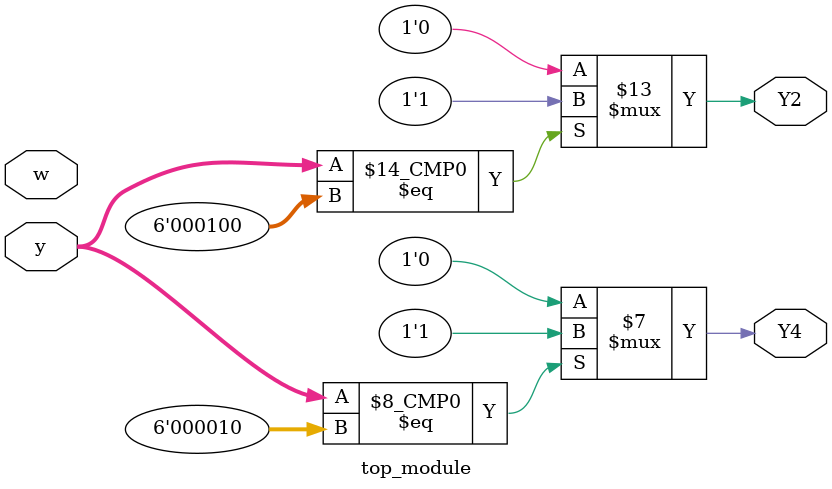
<source format=sv>
module top_module (
    input [6:1] y,
    input w,
    output reg Y2,
    output reg Y4
);

    always @(y) begin
        case(y)
            6'b000001: begin
                Y2 <= 1'b0;
                Y4 <= 1'b0;
            end
            6'b000010: begin
                Y2 <= 1'b0;
                Y4 <= 1'b1;
            end
            6'b000100: begin
                Y2 <= 1'b1;
                Y4 <= 1'b0;
            end
            6'b001000: begin
                Y2 <= 1'b0;
                Y4 <= 1'b0;
            end
            6'b010000: begin
                Y2 <= 1'b0;
                Y4 <= 1'b0;
            end
            6'b100000: begin
                Y2 <= 1'b0;
                Y4 <= 1'b0;
            end
            default: begin
                Y2 <= 1'b0;
                Y4 <= 1'b0;
            end
        endcase
    end
    
endmodule

</source>
